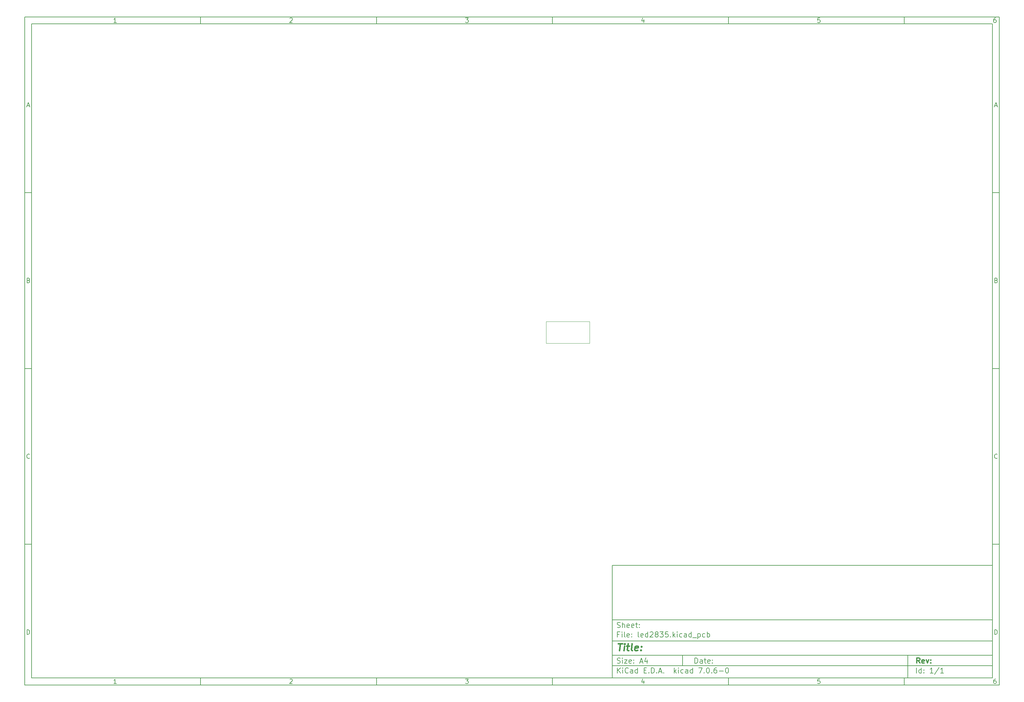
<source format=gbr>
%TF.GenerationSoftware,KiCad,Pcbnew,7.0.6-0*%
%TF.CreationDate,2024-07-03T14:46:14+08:00*%
%TF.ProjectId,led2835,6c656432-3833-4352-9e6b-696361645f70,rev?*%
%TF.SameCoordinates,Original*%
%TF.FileFunction,Other,User*%
%FSLAX46Y46*%
G04 Gerber Fmt 4.6, Leading zero omitted, Abs format (unit mm)*
G04 Created by KiCad (PCBNEW 7.0.6-0) date 2024-07-03 14:46:14*
%MOMM*%
%LPD*%
G01*
G04 APERTURE LIST*
%ADD10C,0.100000*%
%ADD11C,0.150000*%
%ADD12C,0.300000*%
%ADD13C,0.400000*%
%ADD14C,0.050000*%
G04 APERTURE END LIST*
D10*
D11*
X177002200Y-166007200D02*
X285002200Y-166007200D01*
X285002200Y-198007200D01*
X177002200Y-198007200D01*
X177002200Y-166007200D01*
D10*
D11*
X10000000Y-10000000D02*
X287002200Y-10000000D01*
X287002200Y-200007200D01*
X10000000Y-200007200D01*
X10000000Y-10000000D01*
D10*
D11*
X12000000Y-12000000D02*
X285002200Y-12000000D01*
X285002200Y-198007200D01*
X12000000Y-198007200D01*
X12000000Y-12000000D01*
D10*
D11*
X60000000Y-12000000D02*
X60000000Y-10000000D01*
D10*
D11*
X110000000Y-12000000D02*
X110000000Y-10000000D01*
D10*
D11*
X160000000Y-12000000D02*
X160000000Y-10000000D01*
D10*
D11*
X210000000Y-12000000D02*
X210000000Y-10000000D01*
D10*
D11*
X260000000Y-12000000D02*
X260000000Y-10000000D01*
D10*
D11*
X36089160Y-11593604D02*
X35346303Y-11593604D01*
X35717731Y-11593604D02*
X35717731Y-10293604D01*
X35717731Y-10293604D02*
X35593922Y-10479319D01*
X35593922Y-10479319D02*
X35470112Y-10603128D01*
X35470112Y-10603128D02*
X35346303Y-10665033D01*
D10*
D11*
X85346303Y-10417414D02*
X85408207Y-10355509D01*
X85408207Y-10355509D02*
X85532017Y-10293604D01*
X85532017Y-10293604D02*
X85841541Y-10293604D01*
X85841541Y-10293604D02*
X85965350Y-10355509D01*
X85965350Y-10355509D02*
X86027255Y-10417414D01*
X86027255Y-10417414D02*
X86089160Y-10541223D01*
X86089160Y-10541223D02*
X86089160Y-10665033D01*
X86089160Y-10665033D02*
X86027255Y-10850747D01*
X86027255Y-10850747D02*
X85284398Y-11593604D01*
X85284398Y-11593604D02*
X86089160Y-11593604D01*
D10*
D11*
X135284398Y-10293604D02*
X136089160Y-10293604D01*
X136089160Y-10293604D02*
X135655826Y-10788842D01*
X135655826Y-10788842D02*
X135841541Y-10788842D01*
X135841541Y-10788842D02*
X135965350Y-10850747D01*
X135965350Y-10850747D02*
X136027255Y-10912652D01*
X136027255Y-10912652D02*
X136089160Y-11036461D01*
X136089160Y-11036461D02*
X136089160Y-11345985D01*
X136089160Y-11345985D02*
X136027255Y-11469795D01*
X136027255Y-11469795D02*
X135965350Y-11531700D01*
X135965350Y-11531700D02*
X135841541Y-11593604D01*
X135841541Y-11593604D02*
X135470112Y-11593604D01*
X135470112Y-11593604D02*
X135346303Y-11531700D01*
X135346303Y-11531700D02*
X135284398Y-11469795D01*
D10*
D11*
X185965350Y-10726938D02*
X185965350Y-11593604D01*
X185655826Y-10231700D02*
X185346303Y-11160271D01*
X185346303Y-11160271D02*
X186151064Y-11160271D01*
D10*
D11*
X236027255Y-10293604D02*
X235408207Y-10293604D01*
X235408207Y-10293604D02*
X235346303Y-10912652D01*
X235346303Y-10912652D02*
X235408207Y-10850747D01*
X235408207Y-10850747D02*
X235532017Y-10788842D01*
X235532017Y-10788842D02*
X235841541Y-10788842D01*
X235841541Y-10788842D02*
X235965350Y-10850747D01*
X235965350Y-10850747D02*
X236027255Y-10912652D01*
X236027255Y-10912652D02*
X236089160Y-11036461D01*
X236089160Y-11036461D02*
X236089160Y-11345985D01*
X236089160Y-11345985D02*
X236027255Y-11469795D01*
X236027255Y-11469795D02*
X235965350Y-11531700D01*
X235965350Y-11531700D02*
X235841541Y-11593604D01*
X235841541Y-11593604D02*
X235532017Y-11593604D01*
X235532017Y-11593604D02*
X235408207Y-11531700D01*
X235408207Y-11531700D02*
X235346303Y-11469795D01*
D10*
D11*
X285965350Y-10293604D02*
X285717731Y-10293604D01*
X285717731Y-10293604D02*
X285593922Y-10355509D01*
X285593922Y-10355509D02*
X285532017Y-10417414D01*
X285532017Y-10417414D02*
X285408207Y-10603128D01*
X285408207Y-10603128D02*
X285346303Y-10850747D01*
X285346303Y-10850747D02*
X285346303Y-11345985D01*
X285346303Y-11345985D02*
X285408207Y-11469795D01*
X285408207Y-11469795D02*
X285470112Y-11531700D01*
X285470112Y-11531700D02*
X285593922Y-11593604D01*
X285593922Y-11593604D02*
X285841541Y-11593604D01*
X285841541Y-11593604D02*
X285965350Y-11531700D01*
X285965350Y-11531700D02*
X286027255Y-11469795D01*
X286027255Y-11469795D02*
X286089160Y-11345985D01*
X286089160Y-11345985D02*
X286089160Y-11036461D01*
X286089160Y-11036461D02*
X286027255Y-10912652D01*
X286027255Y-10912652D02*
X285965350Y-10850747D01*
X285965350Y-10850747D02*
X285841541Y-10788842D01*
X285841541Y-10788842D02*
X285593922Y-10788842D01*
X285593922Y-10788842D02*
X285470112Y-10850747D01*
X285470112Y-10850747D02*
X285408207Y-10912652D01*
X285408207Y-10912652D02*
X285346303Y-11036461D01*
D10*
D11*
X60000000Y-198007200D02*
X60000000Y-200007200D01*
D10*
D11*
X110000000Y-198007200D02*
X110000000Y-200007200D01*
D10*
D11*
X160000000Y-198007200D02*
X160000000Y-200007200D01*
D10*
D11*
X210000000Y-198007200D02*
X210000000Y-200007200D01*
D10*
D11*
X260000000Y-198007200D02*
X260000000Y-200007200D01*
D10*
D11*
X36089160Y-199600804D02*
X35346303Y-199600804D01*
X35717731Y-199600804D02*
X35717731Y-198300804D01*
X35717731Y-198300804D02*
X35593922Y-198486519D01*
X35593922Y-198486519D02*
X35470112Y-198610328D01*
X35470112Y-198610328D02*
X35346303Y-198672233D01*
D10*
D11*
X85346303Y-198424614D02*
X85408207Y-198362709D01*
X85408207Y-198362709D02*
X85532017Y-198300804D01*
X85532017Y-198300804D02*
X85841541Y-198300804D01*
X85841541Y-198300804D02*
X85965350Y-198362709D01*
X85965350Y-198362709D02*
X86027255Y-198424614D01*
X86027255Y-198424614D02*
X86089160Y-198548423D01*
X86089160Y-198548423D02*
X86089160Y-198672233D01*
X86089160Y-198672233D02*
X86027255Y-198857947D01*
X86027255Y-198857947D02*
X85284398Y-199600804D01*
X85284398Y-199600804D02*
X86089160Y-199600804D01*
D10*
D11*
X135284398Y-198300804D02*
X136089160Y-198300804D01*
X136089160Y-198300804D02*
X135655826Y-198796042D01*
X135655826Y-198796042D02*
X135841541Y-198796042D01*
X135841541Y-198796042D02*
X135965350Y-198857947D01*
X135965350Y-198857947D02*
X136027255Y-198919852D01*
X136027255Y-198919852D02*
X136089160Y-199043661D01*
X136089160Y-199043661D02*
X136089160Y-199353185D01*
X136089160Y-199353185D02*
X136027255Y-199476995D01*
X136027255Y-199476995D02*
X135965350Y-199538900D01*
X135965350Y-199538900D02*
X135841541Y-199600804D01*
X135841541Y-199600804D02*
X135470112Y-199600804D01*
X135470112Y-199600804D02*
X135346303Y-199538900D01*
X135346303Y-199538900D02*
X135284398Y-199476995D01*
D10*
D11*
X185965350Y-198734138D02*
X185965350Y-199600804D01*
X185655826Y-198238900D02*
X185346303Y-199167471D01*
X185346303Y-199167471D02*
X186151064Y-199167471D01*
D10*
D11*
X236027255Y-198300804D02*
X235408207Y-198300804D01*
X235408207Y-198300804D02*
X235346303Y-198919852D01*
X235346303Y-198919852D02*
X235408207Y-198857947D01*
X235408207Y-198857947D02*
X235532017Y-198796042D01*
X235532017Y-198796042D02*
X235841541Y-198796042D01*
X235841541Y-198796042D02*
X235965350Y-198857947D01*
X235965350Y-198857947D02*
X236027255Y-198919852D01*
X236027255Y-198919852D02*
X236089160Y-199043661D01*
X236089160Y-199043661D02*
X236089160Y-199353185D01*
X236089160Y-199353185D02*
X236027255Y-199476995D01*
X236027255Y-199476995D02*
X235965350Y-199538900D01*
X235965350Y-199538900D02*
X235841541Y-199600804D01*
X235841541Y-199600804D02*
X235532017Y-199600804D01*
X235532017Y-199600804D02*
X235408207Y-199538900D01*
X235408207Y-199538900D02*
X235346303Y-199476995D01*
D10*
D11*
X285965350Y-198300804D02*
X285717731Y-198300804D01*
X285717731Y-198300804D02*
X285593922Y-198362709D01*
X285593922Y-198362709D02*
X285532017Y-198424614D01*
X285532017Y-198424614D02*
X285408207Y-198610328D01*
X285408207Y-198610328D02*
X285346303Y-198857947D01*
X285346303Y-198857947D02*
X285346303Y-199353185D01*
X285346303Y-199353185D02*
X285408207Y-199476995D01*
X285408207Y-199476995D02*
X285470112Y-199538900D01*
X285470112Y-199538900D02*
X285593922Y-199600804D01*
X285593922Y-199600804D02*
X285841541Y-199600804D01*
X285841541Y-199600804D02*
X285965350Y-199538900D01*
X285965350Y-199538900D02*
X286027255Y-199476995D01*
X286027255Y-199476995D02*
X286089160Y-199353185D01*
X286089160Y-199353185D02*
X286089160Y-199043661D01*
X286089160Y-199043661D02*
X286027255Y-198919852D01*
X286027255Y-198919852D02*
X285965350Y-198857947D01*
X285965350Y-198857947D02*
X285841541Y-198796042D01*
X285841541Y-198796042D02*
X285593922Y-198796042D01*
X285593922Y-198796042D02*
X285470112Y-198857947D01*
X285470112Y-198857947D02*
X285408207Y-198919852D01*
X285408207Y-198919852D02*
X285346303Y-199043661D01*
D10*
D11*
X10000000Y-60000000D02*
X12000000Y-60000000D01*
D10*
D11*
X10000000Y-110000000D02*
X12000000Y-110000000D01*
D10*
D11*
X10000000Y-160000000D02*
X12000000Y-160000000D01*
D10*
D11*
X10690476Y-35222176D02*
X11309523Y-35222176D01*
X10566666Y-35593604D02*
X10999999Y-34293604D01*
X10999999Y-34293604D02*
X11433333Y-35593604D01*
D10*
D11*
X11092857Y-84912652D02*
X11278571Y-84974557D01*
X11278571Y-84974557D02*
X11340476Y-85036461D01*
X11340476Y-85036461D02*
X11402380Y-85160271D01*
X11402380Y-85160271D02*
X11402380Y-85345985D01*
X11402380Y-85345985D02*
X11340476Y-85469795D01*
X11340476Y-85469795D02*
X11278571Y-85531700D01*
X11278571Y-85531700D02*
X11154761Y-85593604D01*
X11154761Y-85593604D02*
X10659523Y-85593604D01*
X10659523Y-85593604D02*
X10659523Y-84293604D01*
X10659523Y-84293604D02*
X11092857Y-84293604D01*
X11092857Y-84293604D02*
X11216666Y-84355509D01*
X11216666Y-84355509D02*
X11278571Y-84417414D01*
X11278571Y-84417414D02*
X11340476Y-84541223D01*
X11340476Y-84541223D02*
X11340476Y-84665033D01*
X11340476Y-84665033D02*
X11278571Y-84788842D01*
X11278571Y-84788842D02*
X11216666Y-84850747D01*
X11216666Y-84850747D02*
X11092857Y-84912652D01*
X11092857Y-84912652D02*
X10659523Y-84912652D01*
D10*
D11*
X11402380Y-135469795D02*
X11340476Y-135531700D01*
X11340476Y-135531700D02*
X11154761Y-135593604D01*
X11154761Y-135593604D02*
X11030952Y-135593604D01*
X11030952Y-135593604D02*
X10845238Y-135531700D01*
X10845238Y-135531700D02*
X10721428Y-135407890D01*
X10721428Y-135407890D02*
X10659523Y-135284080D01*
X10659523Y-135284080D02*
X10597619Y-135036461D01*
X10597619Y-135036461D02*
X10597619Y-134850747D01*
X10597619Y-134850747D02*
X10659523Y-134603128D01*
X10659523Y-134603128D02*
X10721428Y-134479319D01*
X10721428Y-134479319D02*
X10845238Y-134355509D01*
X10845238Y-134355509D02*
X11030952Y-134293604D01*
X11030952Y-134293604D02*
X11154761Y-134293604D01*
X11154761Y-134293604D02*
X11340476Y-134355509D01*
X11340476Y-134355509D02*
X11402380Y-134417414D01*
D10*
D11*
X10659523Y-185593604D02*
X10659523Y-184293604D01*
X10659523Y-184293604D02*
X10969047Y-184293604D01*
X10969047Y-184293604D02*
X11154761Y-184355509D01*
X11154761Y-184355509D02*
X11278571Y-184479319D01*
X11278571Y-184479319D02*
X11340476Y-184603128D01*
X11340476Y-184603128D02*
X11402380Y-184850747D01*
X11402380Y-184850747D02*
X11402380Y-185036461D01*
X11402380Y-185036461D02*
X11340476Y-185284080D01*
X11340476Y-185284080D02*
X11278571Y-185407890D01*
X11278571Y-185407890D02*
X11154761Y-185531700D01*
X11154761Y-185531700D02*
X10969047Y-185593604D01*
X10969047Y-185593604D02*
X10659523Y-185593604D01*
D10*
D11*
X287002200Y-60000000D02*
X285002200Y-60000000D01*
D10*
D11*
X287002200Y-110000000D02*
X285002200Y-110000000D01*
D10*
D11*
X287002200Y-160000000D02*
X285002200Y-160000000D01*
D10*
D11*
X285692676Y-35222176D02*
X286311723Y-35222176D01*
X285568866Y-35593604D02*
X286002199Y-34293604D01*
X286002199Y-34293604D02*
X286435533Y-35593604D01*
D10*
D11*
X286095057Y-84912652D02*
X286280771Y-84974557D01*
X286280771Y-84974557D02*
X286342676Y-85036461D01*
X286342676Y-85036461D02*
X286404580Y-85160271D01*
X286404580Y-85160271D02*
X286404580Y-85345985D01*
X286404580Y-85345985D02*
X286342676Y-85469795D01*
X286342676Y-85469795D02*
X286280771Y-85531700D01*
X286280771Y-85531700D02*
X286156961Y-85593604D01*
X286156961Y-85593604D02*
X285661723Y-85593604D01*
X285661723Y-85593604D02*
X285661723Y-84293604D01*
X285661723Y-84293604D02*
X286095057Y-84293604D01*
X286095057Y-84293604D02*
X286218866Y-84355509D01*
X286218866Y-84355509D02*
X286280771Y-84417414D01*
X286280771Y-84417414D02*
X286342676Y-84541223D01*
X286342676Y-84541223D02*
X286342676Y-84665033D01*
X286342676Y-84665033D02*
X286280771Y-84788842D01*
X286280771Y-84788842D02*
X286218866Y-84850747D01*
X286218866Y-84850747D02*
X286095057Y-84912652D01*
X286095057Y-84912652D02*
X285661723Y-84912652D01*
D10*
D11*
X286404580Y-135469795D02*
X286342676Y-135531700D01*
X286342676Y-135531700D02*
X286156961Y-135593604D01*
X286156961Y-135593604D02*
X286033152Y-135593604D01*
X286033152Y-135593604D02*
X285847438Y-135531700D01*
X285847438Y-135531700D02*
X285723628Y-135407890D01*
X285723628Y-135407890D02*
X285661723Y-135284080D01*
X285661723Y-135284080D02*
X285599819Y-135036461D01*
X285599819Y-135036461D02*
X285599819Y-134850747D01*
X285599819Y-134850747D02*
X285661723Y-134603128D01*
X285661723Y-134603128D02*
X285723628Y-134479319D01*
X285723628Y-134479319D02*
X285847438Y-134355509D01*
X285847438Y-134355509D02*
X286033152Y-134293604D01*
X286033152Y-134293604D02*
X286156961Y-134293604D01*
X286156961Y-134293604D02*
X286342676Y-134355509D01*
X286342676Y-134355509D02*
X286404580Y-134417414D01*
D10*
D11*
X285661723Y-185593604D02*
X285661723Y-184293604D01*
X285661723Y-184293604D02*
X285971247Y-184293604D01*
X285971247Y-184293604D02*
X286156961Y-184355509D01*
X286156961Y-184355509D02*
X286280771Y-184479319D01*
X286280771Y-184479319D02*
X286342676Y-184603128D01*
X286342676Y-184603128D02*
X286404580Y-184850747D01*
X286404580Y-184850747D02*
X286404580Y-185036461D01*
X286404580Y-185036461D02*
X286342676Y-185284080D01*
X286342676Y-185284080D02*
X286280771Y-185407890D01*
X286280771Y-185407890D02*
X286156961Y-185531700D01*
X286156961Y-185531700D02*
X285971247Y-185593604D01*
X285971247Y-185593604D02*
X285661723Y-185593604D01*
D10*
D11*
X200458026Y-193793328D02*
X200458026Y-192293328D01*
X200458026Y-192293328D02*
X200815169Y-192293328D01*
X200815169Y-192293328D02*
X201029455Y-192364757D01*
X201029455Y-192364757D02*
X201172312Y-192507614D01*
X201172312Y-192507614D02*
X201243741Y-192650471D01*
X201243741Y-192650471D02*
X201315169Y-192936185D01*
X201315169Y-192936185D02*
X201315169Y-193150471D01*
X201315169Y-193150471D02*
X201243741Y-193436185D01*
X201243741Y-193436185D02*
X201172312Y-193579042D01*
X201172312Y-193579042D02*
X201029455Y-193721900D01*
X201029455Y-193721900D02*
X200815169Y-193793328D01*
X200815169Y-193793328D02*
X200458026Y-193793328D01*
X202600884Y-193793328D02*
X202600884Y-193007614D01*
X202600884Y-193007614D02*
X202529455Y-192864757D01*
X202529455Y-192864757D02*
X202386598Y-192793328D01*
X202386598Y-192793328D02*
X202100884Y-192793328D01*
X202100884Y-192793328D02*
X201958026Y-192864757D01*
X202600884Y-193721900D02*
X202458026Y-193793328D01*
X202458026Y-193793328D02*
X202100884Y-193793328D01*
X202100884Y-193793328D02*
X201958026Y-193721900D01*
X201958026Y-193721900D02*
X201886598Y-193579042D01*
X201886598Y-193579042D02*
X201886598Y-193436185D01*
X201886598Y-193436185D02*
X201958026Y-193293328D01*
X201958026Y-193293328D02*
X202100884Y-193221900D01*
X202100884Y-193221900D02*
X202458026Y-193221900D01*
X202458026Y-193221900D02*
X202600884Y-193150471D01*
X203100884Y-192793328D02*
X203672312Y-192793328D01*
X203315169Y-192293328D02*
X203315169Y-193579042D01*
X203315169Y-193579042D02*
X203386598Y-193721900D01*
X203386598Y-193721900D02*
X203529455Y-193793328D01*
X203529455Y-193793328D02*
X203672312Y-193793328D01*
X204743741Y-193721900D02*
X204600884Y-193793328D01*
X204600884Y-193793328D02*
X204315170Y-193793328D01*
X204315170Y-193793328D02*
X204172312Y-193721900D01*
X204172312Y-193721900D02*
X204100884Y-193579042D01*
X204100884Y-193579042D02*
X204100884Y-193007614D01*
X204100884Y-193007614D02*
X204172312Y-192864757D01*
X204172312Y-192864757D02*
X204315170Y-192793328D01*
X204315170Y-192793328D02*
X204600884Y-192793328D01*
X204600884Y-192793328D02*
X204743741Y-192864757D01*
X204743741Y-192864757D02*
X204815170Y-193007614D01*
X204815170Y-193007614D02*
X204815170Y-193150471D01*
X204815170Y-193150471D02*
X204100884Y-193293328D01*
X205458026Y-193650471D02*
X205529455Y-193721900D01*
X205529455Y-193721900D02*
X205458026Y-193793328D01*
X205458026Y-193793328D02*
X205386598Y-193721900D01*
X205386598Y-193721900D02*
X205458026Y-193650471D01*
X205458026Y-193650471D02*
X205458026Y-193793328D01*
X205458026Y-192864757D02*
X205529455Y-192936185D01*
X205529455Y-192936185D02*
X205458026Y-193007614D01*
X205458026Y-193007614D02*
X205386598Y-192936185D01*
X205386598Y-192936185D02*
X205458026Y-192864757D01*
X205458026Y-192864757D02*
X205458026Y-193007614D01*
D10*
D11*
X177002200Y-194507200D02*
X285002200Y-194507200D01*
D10*
D11*
X178458026Y-196593328D02*
X178458026Y-195093328D01*
X179315169Y-196593328D02*
X178672312Y-195736185D01*
X179315169Y-195093328D02*
X178458026Y-195950471D01*
X179958026Y-196593328D02*
X179958026Y-195593328D01*
X179958026Y-195093328D02*
X179886598Y-195164757D01*
X179886598Y-195164757D02*
X179958026Y-195236185D01*
X179958026Y-195236185D02*
X180029455Y-195164757D01*
X180029455Y-195164757D02*
X179958026Y-195093328D01*
X179958026Y-195093328D02*
X179958026Y-195236185D01*
X181529455Y-196450471D02*
X181458027Y-196521900D01*
X181458027Y-196521900D02*
X181243741Y-196593328D01*
X181243741Y-196593328D02*
X181100884Y-196593328D01*
X181100884Y-196593328D02*
X180886598Y-196521900D01*
X180886598Y-196521900D02*
X180743741Y-196379042D01*
X180743741Y-196379042D02*
X180672312Y-196236185D01*
X180672312Y-196236185D02*
X180600884Y-195950471D01*
X180600884Y-195950471D02*
X180600884Y-195736185D01*
X180600884Y-195736185D02*
X180672312Y-195450471D01*
X180672312Y-195450471D02*
X180743741Y-195307614D01*
X180743741Y-195307614D02*
X180886598Y-195164757D01*
X180886598Y-195164757D02*
X181100884Y-195093328D01*
X181100884Y-195093328D02*
X181243741Y-195093328D01*
X181243741Y-195093328D02*
X181458027Y-195164757D01*
X181458027Y-195164757D02*
X181529455Y-195236185D01*
X182815170Y-196593328D02*
X182815170Y-195807614D01*
X182815170Y-195807614D02*
X182743741Y-195664757D01*
X182743741Y-195664757D02*
X182600884Y-195593328D01*
X182600884Y-195593328D02*
X182315170Y-195593328D01*
X182315170Y-195593328D02*
X182172312Y-195664757D01*
X182815170Y-196521900D02*
X182672312Y-196593328D01*
X182672312Y-196593328D02*
X182315170Y-196593328D01*
X182315170Y-196593328D02*
X182172312Y-196521900D01*
X182172312Y-196521900D02*
X182100884Y-196379042D01*
X182100884Y-196379042D02*
X182100884Y-196236185D01*
X182100884Y-196236185D02*
X182172312Y-196093328D01*
X182172312Y-196093328D02*
X182315170Y-196021900D01*
X182315170Y-196021900D02*
X182672312Y-196021900D01*
X182672312Y-196021900D02*
X182815170Y-195950471D01*
X184172313Y-196593328D02*
X184172313Y-195093328D01*
X184172313Y-196521900D02*
X184029455Y-196593328D01*
X184029455Y-196593328D02*
X183743741Y-196593328D01*
X183743741Y-196593328D02*
X183600884Y-196521900D01*
X183600884Y-196521900D02*
X183529455Y-196450471D01*
X183529455Y-196450471D02*
X183458027Y-196307614D01*
X183458027Y-196307614D02*
X183458027Y-195879042D01*
X183458027Y-195879042D02*
X183529455Y-195736185D01*
X183529455Y-195736185D02*
X183600884Y-195664757D01*
X183600884Y-195664757D02*
X183743741Y-195593328D01*
X183743741Y-195593328D02*
X184029455Y-195593328D01*
X184029455Y-195593328D02*
X184172313Y-195664757D01*
X186029455Y-195807614D02*
X186529455Y-195807614D01*
X186743741Y-196593328D02*
X186029455Y-196593328D01*
X186029455Y-196593328D02*
X186029455Y-195093328D01*
X186029455Y-195093328D02*
X186743741Y-195093328D01*
X187386598Y-196450471D02*
X187458027Y-196521900D01*
X187458027Y-196521900D02*
X187386598Y-196593328D01*
X187386598Y-196593328D02*
X187315170Y-196521900D01*
X187315170Y-196521900D02*
X187386598Y-196450471D01*
X187386598Y-196450471D02*
X187386598Y-196593328D01*
X188100884Y-196593328D02*
X188100884Y-195093328D01*
X188100884Y-195093328D02*
X188458027Y-195093328D01*
X188458027Y-195093328D02*
X188672313Y-195164757D01*
X188672313Y-195164757D02*
X188815170Y-195307614D01*
X188815170Y-195307614D02*
X188886599Y-195450471D01*
X188886599Y-195450471D02*
X188958027Y-195736185D01*
X188958027Y-195736185D02*
X188958027Y-195950471D01*
X188958027Y-195950471D02*
X188886599Y-196236185D01*
X188886599Y-196236185D02*
X188815170Y-196379042D01*
X188815170Y-196379042D02*
X188672313Y-196521900D01*
X188672313Y-196521900D02*
X188458027Y-196593328D01*
X188458027Y-196593328D02*
X188100884Y-196593328D01*
X189600884Y-196450471D02*
X189672313Y-196521900D01*
X189672313Y-196521900D02*
X189600884Y-196593328D01*
X189600884Y-196593328D02*
X189529456Y-196521900D01*
X189529456Y-196521900D02*
X189600884Y-196450471D01*
X189600884Y-196450471D02*
X189600884Y-196593328D01*
X190243742Y-196164757D02*
X190958028Y-196164757D01*
X190100885Y-196593328D02*
X190600885Y-195093328D01*
X190600885Y-195093328D02*
X191100885Y-196593328D01*
X191600884Y-196450471D02*
X191672313Y-196521900D01*
X191672313Y-196521900D02*
X191600884Y-196593328D01*
X191600884Y-196593328D02*
X191529456Y-196521900D01*
X191529456Y-196521900D02*
X191600884Y-196450471D01*
X191600884Y-196450471D02*
X191600884Y-196593328D01*
X194600884Y-196593328D02*
X194600884Y-195093328D01*
X194743742Y-196021900D02*
X195172313Y-196593328D01*
X195172313Y-195593328D02*
X194600884Y-196164757D01*
X195815170Y-196593328D02*
X195815170Y-195593328D01*
X195815170Y-195093328D02*
X195743742Y-195164757D01*
X195743742Y-195164757D02*
X195815170Y-195236185D01*
X195815170Y-195236185D02*
X195886599Y-195164757D01*
X195886599Y-195164757D02*
X195815170Y-195093328D01*
X195815170Y-195093328D02*
X195815170Y-195236185D01*
X197172314Y-196521900D02*
X197029456Y-196593328D01*
X197029456Y-196593328D02*
X196743742Y-196593328D01*
X196743742Y-196593328D02*
X196600885Y-196521900D01*
X196600885Y-196521900D02*
X196529456Y-196450471D01*
X196529456Y-196450471D02*
X196458028Y-196307614D01*
X196458028Y-196307614D02*
X196458028Y-195879042D01*
X196458028Y-195879042D02*
X196529456Y-195736185D01*
X196529456Y-195736185D02*
X196600885Y-195664757D01*
X196600885Y-195664757D02*
X196743742Y-195593328D01*
X196743742Y-195593328D02*
X197029456Y-195593328D01*
X197029456Y-195593328D02*
X197172314Y-195664757D01*
X198458028Y-196593328D02*
X198458028Y-195807614D01*
X198458028Y-195807614D02*
X198386599Y-195664757D01*
X198386599Y-195664757D02*
X198243742Y-195593328D01*
X198243742Y-195593328D02*
X197958028Y-195593328D01*
X197958028Y-195593328D02*
X197815170Y-195664757D01*
X198458028Y-196521900D02*
X198315170Y-196593328D01*
X198315170Y-196593328D02*
X197958028Y-196593328D01*
X197958028Y-196593328D02*
X197815170Y-196521900D01*
X197815170Y-196521900D02*
X197743742Y-196379042D01*
X197743742Y-196379042D02*
X197743742Y-196236185D01*
X197743742Y-196236185D02*
X197815170Y-196093328D01*
X197815170Y-196093328D02*
X197958028Y-196021900D01*
X197958028Y-196021900D02*
X198315170Y-196021900D01*
X198315170Y-196021900D02*
X198458028Y-195950471D01*
X199815171Y-196593328D02*
X199815171Y-195093328D01*
X199815171Y-196521900D02*
X199672313Y-196593328D01*
X199672313Y-196593328D02*
X199386599Y-196593328D01*
X199386599Y-196593328D02*
X199243742Y-196521900D01*
X199243742Y-196521900D02*
X199172313Y-196450471D01*
X199172313Y-196450471D02*
X199100885Y-196307614D01*
X199100885Y-196307614D02*
X199100885Y-195879042D01*
X199100885Y-195879042D02*
X199172313Y-195736185D01*
X199172313Y-195736185D02*
X199243742Y-195664757D01*
X199243742Y-195664757D02*
X199386599Y-195593328D01*
X199386599Y-195593328D02*
X199672313Y-195593328D01*
X199672313Y-195593328D02*
X199815171Y-195664757D01*
X201529456Y-195093328D02*
X202529456Y-195093328D01*
X202529456Y-195093328D02*
X201886599Y-196593328D01*
X203100884Y-196450471D02*
X203172313Y-196521900D01*
X203172313Y-196521900D02*
X203100884Y-196593328D01*
X203100884Y-196593328D02*
X203029456Y-196521900D01*
X203029456Y-196521900D02*
X203100884Y-196450471D01*
X203100884Y-196450471D02*
X203100884Y-196593328D01*
X204100885Y-195093328D02*
X204243742Y-195093328D01*
X204243742Y-195093328D02*
X204386599Y-195164757D01*
X204386599Y-195164757D02*
X204458028Y-195236185D01*
X204458028Y-195236185D02*
X204529456Y-195379042D01*
X204529456Y-195379042D02*
X204600885Y-195664757D01*
X204600885Y-195664757D02*
X204600885Y-196021900D01*
X204600885Y-196021900D02*
X204529456Y-196307614D01*
X204529456Y-196307614D02*
X204458028Y-196450471D01*
X204458028Y-196450471D02*
X204386599Y-196521900D01*
X204386599Y-196521900D02*
X204243742Y-196593328D01*
X204243742Y-196593328D02*
X204100885Y-196593328D01*
X204100885Y-196593328D02*
X203958028Y-196521900D01*
X203958028Y-196521900D02*
X203886599Y-196450471D01*
X203886599Y-196450471D02*
X203815170Y-196307614D01*
X203815170Y-196307614D02*
X203743742Y-196021900D01*
X203743742Y-196021900D02*
X203743742Y-195664757D01*
X203743742Y-195664757D02*
X203815170Y-195379042D01*
X203815170Y-195379042D02*
X203886599Y-195236185D01*
X203886599Y-195236185D02*
X203958028Y-195164757D01*
X203958028Y-195164757D02*
X204100885Y-195093328D01*
X205243741Y-196450471D02*
X205315170Y-196521900D01*
X205315170Y-196521900D02*
X205243741Y-196593328D01*
X205243741Y-196593328D02*
X205172313Y-196521900D01*
X205172313Y-196521900D02*
X205243741Y-196450471D01*
X205243741Y-196450471D02*
X205243741Y-196593328D01*
X206600885Y-195093328D02*
X206315170Y-195093328D01*
X206315170Y-195093328D02*
X206172313Y-195164757D01*
X206172313Y-195164757D02*
X206100885Y-195236185D01*
X206100885Y-195236185D02*
X205958027Y-195450471D01*
X205958027Y-195450471D02*
X205886599Y-195736185D01*
X205886599Y-195736185D02*
X205886599Y-196307614D01*
X205886599Y-196307614D02*
X205958027Y-196450471D01*
X205958027Y-196450471D02*
X206029456Y-196521900D01*
X206029456Y-196521900D02*
X206172313Y-196593328D01*
X206172313Y-196593328D02*
X206458027Y-196593328D01*
X206458027Y-196593328D02*
X206600885Y-196521900D01*
X206600885Y-196521900D02*
X206672313Y-196450471D01*
X206672313Y-196450471D02*
X206743742Y-196307614D01*
X206743742Y-196307614D02*
X206743742Y-195950471D01*
X206743742Y-195950471D02*
X206672313Y-195807614D01*
X206672313Y-195807614D02*
X206600885Y-195736185D01*
X206600885Y-195736185D02*
X206458027Y-195664757D01*
X206458027Y-195664757D02*
X206172313Y-195664757D01*
X206172313Y-195664757D02*
X206029456Y-195736185D01*
X206029456Y-195736185D02*
X205958027Y-195807614D01*
X205958027Y-195807614D02*
X205886599Y-195950471D01*
X207386598Y-196021900D02*
X208529456Y-196021900D01*
X209529456Y-195093328D02*
X209672313Y-195093328D01*
X209672313Y-195093328D02*
X209815170Y-195164757D01*
X209815170Y-195164757D02*
X209886599Y-195236185D01*
X209886599Y-195236185D02*
X209958027Y-195379042D01*
X209958027Y-195379042D02*
X210029456Y-195664757D01*
X210029456Y-195664757D02*
X210029456Y-196021900D01*
X210029456Y-196021900D02*
X209958027Y-196307614D01*
X209958027Y-196307614D02*
X209886599Y-196450471D01*
X209886599Y-196450471D02*
X209815170Y-196521900D01*
X209815170Y-196521900D02*
X209672313Y-196593328D01*
X209672313Y-196593328D02*
X209529456Y-196593328D01*
X209529456Y-196593328D02*
X209386599Y-196521900D01*
X209386599Y-196521900D02*
X209315170Y-196450471D01*
X209315170Y-196450471D02*
X209243741Y-196307614D01*
X209243741Y-196307614D02*
X209172313Y-196021900D01*
X209172313Y-196021900D02*
X209172313Y-195664757D01*
X209172313Y-195664757D02*
X209243741Y-195379042D01*
X209243741Y-195379042D02*
X209315170Y-195236185D01*
X209315170Y-195236185D02*
X209386599Y-195164757D01*
X209386599Y-195164757D02*
X209529456Y-195093328D01*
D10*
D11*
X177002200Y-191507200D02*
X285002200Y-191507200D01*
D10*
D12*
X264413853Y-193785528D02*
X263913853Y-193071242D01*
X263556710Y-193785528D02*
X263556710Y-192285528D01*
X263556710Y-192285528D02*
X264128139Y-192285528D01*
X264128139Y-192285528D02*
X264270996Y-192356957D01*
X264270996Y-192356957D02*
X264342425Y-192428385D01*
X264342425Y-192428385D02*
X264413853Y-192571242D01*
X264413853Y-192571242D02*
X264413853Y-192785528D01*
X264413853Y-192785528D02*
X264342425Y-192928385D01*
X264342425Y-192928385D02*
X264270996Y-192999814D01*
X264270996Y-192999814D02*
X264128139Y-193071242D01*
X264128139Y-193071242D02*
X263556710Y-193071242D01*
X265628139Y-193714100D02*
X265485282Y-193785528D01*
X265485282Y-193785528D02*
X265199568Y-193785528D01*
X265199568Y-193785528D02*
X265056710Y-193714100D01*
X265056710Y-193714100D02*
X264985282Y-193571242D01*
X264985282Y-193571242D02*
X264985282Y-192999814D01*
X264985282Y-192999814D02*
X265056710Y-192856957D01*
X265056710Y-192856957D02*
X265199568Y-192785528D01*
X265199568Y-192785528D02*
X265485282Y-192785528D01*
X265485282Y-192785528D02*
X265628139Y-192856957D01*
X265628139Y-192856957D02*
X265699568Y-192999814D01*
X265699568Y-192999814D02*
X265699568Y-193142671D01*
X265699568Y-193142671D02*
X264985282Y-193285528D01*
X266199567Y-192785528D02*
X266556710Y-193785528D01*
X266556710Y-193785528D02*
X266913853Y-192785528D01*
X267485281Y-193642671D02*
X267556710Y-193714100D01*
X267556710Y-193714100D02*
X267485281Y-193785528D01*
X267485281Y-193785528D02*
X267413853Y-193714100D01*
X267413853Y-193714100D02*
X267485281Y-193642671D01*
X267485281Y-193642671D02*
X267485281Y-193785528D01*
X267485281Y-192856957D02*
X267556710Y-192928385D01*
X267556710Y-192928385D02*
X267485281Y-192999814D01*
X267485281Y-192999814D02*
X267413853Y-192928385D01*
X267413853Y-192928385D02*
X267485281Y-192856957D01*
X267485281Y-192856957D02*
X267485281Y-192999814D01*
D10*
D11*
X178386598Y-193721900D02*
X178600884Y-193793328D01*
X178600884Y-193793328D02*
X178958026Y-193793328D01*
X178958026Y-193793328D02*
X179100884Y-193721900D01*
X179100884Y-193721900D02*
X179172312Y-193650471D01*
X179172312Y-193650471D02*
X179243741Y-193507614D01*
X179243741Y-193507614D02*
X179243741Y-193364757D01*
X179243741Y-193364757D02*
X179172312Y-193221900D01*
X179172312Y-193221900D02*
X179100884Y-193150471D01*
X179100884Y-193150471D02*
X178958026Y-193079042D01*
X178958026Y-193079042D02*
X178672312Y-193007614D01*
X178672312Y-193007614D02*
X178529455Y-192936185D01*
X178529455Y-192936185D02*
X178458026Y-192864757D01*
X178458026Y-192864757D02*
X178386598Y-192721900D01*
X178386598Y-192721900D02*
X178386598Y-192579042D01*
X178386598Y-192579042D02*
X178458026Y-192436185D01*
X178458026Y-192436185D02*
X178529455Y-192364757D01*
X178529455Y-192364757D02*
X178672312Y-192293328D01*
X178672312Y-192293328D02*
X179029455Y-192293328D01*
X179029455Y-192293328D02*
X179243741Y-192364757D01*
X179886597Y-193793328D02*
X179886597Y-192793328D01*
X179886597Y-192293328D02*
X179815169Y-192364757D01*
X179815169Y-192364757D02*
X179886597Y-192436185D01*
X179886597Y-192436185D02*
X179958026Y-192364757D01*
X179958026Y-192364757D02*
X179886597Y-192293328D01*
X179886597Y-192293328D02*
X179886597Y-192436185D01*
X180458026Y-192793328D02*
X181243741Y-192793328D01*
X181243741Y-192793328D02*
X180458026Y-193793328D01*
X180458026Y-193793328D02*
X181243741Y-193793328D01*
X182386598Y-193721900D02*
X182243741Y-193793328D01*
X182243741Y-193793328D02*
X181958027Y-193793328D01*
X181958027Y-193793328D02*
X181815169Y-193721900D01*
X181815169Y-193721900D02*
X181743741Y-193579042D01*
X181743741Y-193579042D02*
X181743741Y-193007614D01*
X181743741Y-193007614D02*
X181815169Y-192864757D01*
X181815169Y-192864757D02*
X181958027Y-192793328D01*
X181958027Y-192793328D02*
X182243741Y-192793328D01*
X182243741Y-192793328D02*
X182386598Y-192864757D01*
X182386598Y-192864757D02*
X182458027Y-193007614D01*
X182458027Y-193007614D02*
X182458027Y-193150471D01*
X182458027Y-193150471D02*
X181743741Y-193293328D01*
X183100883Y-193650471D02*
X183172312Y-193721900D01*
X183172312Y-193721900D02*
X183100883Y-193793328D01*
X183100883Y-193793328D02*
X183029455Y-193721900D01*
X183029455Y-193721900D02*
X183100883Y-193650471D01*
X183100883Y-193650471D02*
X183100883Y-193793328D01*
X183100883Y-192864757D02*
X183172312Y-192936185D01*
X183172312Y-192936185D02*
X183100883Y-193007614D01*
X183100883Y-193007614D02*
X183029455Y-192936185D01*
X183029455Y-192936185D02*
X183100883Y-192864757D01*
X183100883Y-192864757D02*
X183100883Y-193007614D01*
X184886598Y-193364757D02*
X185600884Y-193364757D01*
X184743741Y-193793328D02*
X185243741Y-192293328D01*
X185243741Y-192293328D02*
X185743741Y-193793328D01*
X186886598Y-192793328D02*
X186886598Y-193793328D01*
X186529455Y-192221900D02*
X186172312Y-193293328D01*
X186172312Y-193293328D02*
X187100883Y-193293328D01*
D10*
D11*
X263458026Y-196593328D02*
X263458026Y-195093328D01*
X264815170Y-196593328D02*
X264815170Y-195093328D01*
X264815170Y-196521900D02*
X264672312Y-196593328D01*
X264672312Y-196593328D02*
X264386598Y-196593328D01*
X264386598Y-196593328D02*
X264243741Y-196521900D01*
X264243741Y-196521900D02*
X264172312Y-196450471D01*
X264172312Y-196450471D02*
X264100884Y-196307614D01*
X264100884Y-196307614D02*
X264100884Y-195879042D01*
X264100884Y-195879042D02*
X264172312Y-195736185D01*
X264172312Y-195736185D02*
X264243741Y-195664757D01*
X264243741Y-195664757D02*
X264386598Y-195593328D01*
X264386598Y-195593328D02*
X264672312Y-195593328D01*
X264672312Y-195593328D02*
X264815170Y-195664757D01*
X265529455Y-196450471D02*
X265600884Y-196521900D01*
X265600884Y-196521900D02*
X265529455Y-196593328D01*
X265529455Y-196593328D02*
X265458027Y-196521900D01*
X265458027Y-196521900D02*
X265529455Y-196450471D01*
X265529455Y-196450471D02*
X265529455Y-196593328D01*
X265529455Y-195664757D02*
X265600884Y-195736185D01*
X265600884Y-195736185D02*
X265529455Y-195807614D01*
X265529455Y-195807614D02*
X265458027Y-195736185D01*
X265458027Y-195736185D02*
X265529455Y-195664757D01*
X265529455Y-195664757D02*
X265529455Y-195807614D01*
X268172313Y-196593328D02*
X267315170Y-196593328D01*
X267743741Y-196593328D02*
X267743741Y-195093328D01*
X267743741Y-195093328D02*
X267600884Y-195307614D01*
X267600884Y-195307614D02*
X267458027Y-195450471D01*
X267458027Y-195450471D02*
X267315170Y-195521900D01*
X269886598Y-195021900D02*
X268600884Y-196950471D01*
X271172313Y-196593328D02*
X270315170Y-196593328D01*
X270743741Y-196593328D02*
X270743741Y-195093328D01*
X270743741Y-195093328D02*
X270600884Y-195307614D01*
X270600884Y-195307614D02*
X270458027Y-195450471D01*
X270458027Y-195450471D02*
X270315170Y-195521900D01*
D10*
D11*
X177002200Y-187507200D02*
X285002200Y-187507200D01*
D10*
D13*
X178693928Y-188211638D02*
X179836785Y-188211638D01*
X179015357Y-190211638D02*
X179265357Y-188211638D01*
X180253452Y-190211638D02*
X180420119Y-188878304D01*
X180503452Y-188211638D02*
X180396309Y-188306876D01*
X180396309Y-188306876D02*
X180479643Y-188402114D01*
X180479643Y-188402114D02*
X180586786Y-188306876D01*
X180586786Y-188306876D02*
X180503452Y-188211638D01*
X180503452Y-188211638D02*
X180479643Y-188402114D01*
X181086786Y-188878304D02*
X181848690Y-188878304D01*
X181455833Y-188211638D02*
X181241548Y-189925923D01*
X181241548Y-189925923D02*
X181312976Y-190116400D01*
X181312976Y-190116400D02*
X181491548Y-190211638D01*
X181491548Y-190211638D02*
X181682024Y-190211638D01*
X182634405Y-190211638D02*
X182455833Y-190116400D01*
X182455833Y-190116400D02*
X182384405Y-189925923D01*
X182384405Y-189925923D02*
X182598690Y-188211638D01*
X184170119Y-190116400D02*
X183967738Y-190211638D01*
X183967738Y-190211638D02*
X183586785Y-190211638D01*
X183586785Y-190211638D02*
X183408214Y-190116400D01*
X183408214Y-190116400D02*
X183336785Y-189925923D01*
X183336785Y-189925923D02*
X183432024Y-189164019D01*
X183432024Y-189164019D02*
X183551071Y-188973542D01*
X183551071Y-188973542D02*
X183753452Y-188878304D01*
X183753452Y-188878304D02*
X184134404Y-188878304D01*
X184134404Y-188878304D02*
X184312976Y-188973542D01*
X184312976Y-188973542D02*
X184384404Y-189164019D01*
X184384404Y-189164019D02*
X184360595Y-189354495D01*
X184360595Y-189354495D02*
X183384404Y-189544971D01*
X185134405Y-190021161D02*
X185217738Y-190116400D01*
X185217738Y-190116400D02*
X185110595Y-190211638D01*
X185110595Y-190211638D02*
X185027262Y-190116400D01*
X185027262Y-190116400D02*
X185134405Y-190021161D01*
X185134405Y-190021161D02*
X185110595Y-190211638D01*
X185265357Y-188973542D02*
X185348690Y-189068780D01*
X185348690Y-189068780D02*
X185241548Y-189164019D01*
X185241548Y-189164019D02*
X185158214Y-189068780D01*
X185158214Y-189068780D02*
X185265357Y-188973542D01*
X185265357Y-188973542D02*
X185241548Y-189164019D01*
D10*
D11*
X178958026Y-185607614D02*
X178458026Y-185607614D01*
X178458026Y-186393328D02*
X178458026Y-184893328D01*
X178458026Y-184893328D02*
X179172312Y-184893328D01*
X179743740Y-186393328D02*
X179743740Y-185393328D01*
X179743740Y-184893328D02*
X179672312Y-184964757D01*
X179672312Y-184964757D02*
X179743740Y-185036185D01*
X179743740Y-185036185D02*
X179815169Y-184964757D01*
X179815169Y-184964757D02*
X179743740Y-184893328D01*
X179743740Y-184893328D02*
X179743740Y-185036185D01*
X180672312Y-186393328D02*
X180529455Y-186321900D01*
X180529455Y-186321900D02*
X180458026Y-186179042D01*
X180458026Y-186179042D02*
X180458026Y-184893328D01*
X181815169Y-186321900D02*
X181672312Y-186393328D01*
X181672312Y-186393328D02*
X181386598Y-186393328D01*
X181386598Y-186393328D02*
X181243740Y-186321900D01*
X181243740Y-186321900D02*
X181172312Y-186179042D01*
X181172312Y-186179042D02*
X181172312Y-185607614D01*
X181172312Y-185607614D02*
X181243740Y-185464757D01*
X181243740Y-185464757D02*
X181386598Y-185393328D01*
X181386598Y-185393328D02*
X181672312Y-185393328D01*
X181672312Y-185393328D02*
X181815169Y-185464757D01*
X181815169Y-185464757D02*
X181886598Y-185607614D01*
X181886598Y-185607614D02*
X181886598Y-185750471D01*
X181886598Y-185750471D02*
X181172312Y-185893328D01*
X182529454Y-186250471D02*
X182600883Y-186321900D01*
X182600883Y-186321900D02*
X182529454Y-186393328D01*
X182529454Y-186393328D02*
X182458026Y-186321900D01*
X182458026Y-186321900D02*
X182529454Y-186250471D01*
X182529454Y-186250471D02*
X182529454Y-186393328D01*
X182529454Y-185464757D02*
X182600883Y-185536185D01*
X182600883Y-185536185D02*
X182529454Y-185607614D01*
X182529454Y-185607614D02*
X182458026Y-185536185D01*
X182458026Y-185536185D02*
X182529454Y-185464757D01*
X182529454Y-185464757D02*
X182529454Y-185607614D01*
X184600883Y-186393328D02*
X184458026Y-186321900D01*
X184458026Y-186321900D02*
X184386597Y-186179042D01*
X184386597Y-186179042D02*
X184386597Y-184893328D01*
X185743740Y-186321900D02*
X185600883Y-186393328D01*
X185600883Y-186393328D02*
X185315169Y-186393328D01*
X185315169Y-186393328D02*
X185172311Y-186321900D01*
X185172311Y-186321900D02*
X185100883Y-186179042D01*
X185100883Y-186179042D02*
X185100883Y-185607614D01*
X185100883Y-185607614D02*
X185172311Y-185464757D01*
X185172311Y-185464757D02*
X185315169Y-185393328D01*
X185315169Y-185393328D02*
X185600883Y-185393328D01*
X185600883Y-185393328D02*
X185743740Y-185464757D01*
X185743740Y-185464757D02*
X185815169Y-185607614D01*
X185815169Y-185607614D02*
X185815169Y-185750471D01*
X185815169Y-185750471D02*
X185100883Y-185893328D01*
X187100883Y-186393328D02*
X187100883Y-184893328D01*
X187100883Y-186321900D02*
X186958025Y-186393328D01*
X186958025Y-186393328D02*
X186672311Y-186393328D01*
X186672311Y-186393328D02*
X186529454Y-186321900D01*
X186529454Y-186321900D02*
X186458025Y-186250471D01*
X186458025Y-186250471D02*
X186386597Y-186107614D01*
X186386597Y-186107614D02*
X186386597Y-185679042D01*
X186386597Y-185679042D02*
X186458025Y-185536185D01*
X186458025Y-185536185D02*
X186529454Y-185464757D01*
X186529454Y-185464757D02*
X186672311Y-185393328D01*
X186672311Y-185393328D02*
X186958025Y-185393328D01*
X186958025Y-185393328D02*
X187100883Y-185464757D01*
X187743740Y-185036185D02*
X187815168Y-184964757D01*
X187815168Y-184964757D02*
X187958026Y-184893328D01*
X187958026Y-184893328D02*
X188315168Y-184893328D01*
X188315168Y-184893328D02*
X188458026Y-184964757D01*
X188458026Y-184964757D02*
X188529454Y-185036185D01*
X188529454Y-185036185D02*
X188600883Y-185179042D01*
X188600883Y-185179042D02*
X188600883Y-185321900D01*
X188600883Y-185321900D02*
X188529454Y-185536185D01*
X188529454Y-185536185D02*
X187672311Y-186393328D01*
X187672311Y-186393328D02*
X188600883Y-186393328D01*
X189458025Y-185536185D02*
X189315168Y-185464757D01*
X189315168Y-185464757D02*
X189243739Y-185393328D01*
X189243739Y-185393328D02*
X189172311Y-185250471D01*
X189172311Y-185250471D02*
X189172311Y-185179042D01*
X189172311Y-185179042D02*
X189243739Y-185036185D01*
X189243739Y-185036185D02*
X189315168Y-184964757D01*
X189315168Y-184964757D02*
X189458025Y-184893328D01*
X189458025Y-184893328D02*
X189743739Y-184893328D01*
X189743739Y-184893328D02*
X189886597Y-184964757D01*
X189886597Y-184964757D02*
X189958025Y-185036185D01*
X189958025Y-185036185D02*
X190029454Y-185179042D01*
X190029454Y-185179042D02*
X190029454Y-185250471D01*
X190029454Y-185250471D02*
X189958025Y-185393328D01*
X189958025Y-185393328D02*
X189886597Y-185464757D01*
X189886597Y-185464757D02*
X189743739Y-185536185D01*
X189743739Y-185536185D02*
X189458025Y-185536185D01*
X189458025Y-185536185D02*
X189315168Y-185607614D01*
X189315168Y-185607614D02*
X189243739Y-185679042D01*
X189243739Y-185679042D02*
X189172311Y-185821900D01*
X189172311Y-185821900D02*
X189172311Y-186107614D01*
X189172311Y-186107614D02*
X189243739Y-186250471D01*
X189243739Y-186250471D02*
X189315168Y-186321900D01*
X189315168Y-186321900D02*
X189458025Y-186393328D01*
X189458025Y-186393328D02*
X189743739Y-186393328D01*
X189743739Y-186393328D02*
X189886597Y-186321900D01*
X189886597Y-186321900D02*
X189958025Y-186250471D01*
X189958025Y-186250471D02*
X190029454Y-186107614D01*
X190029454Y-186107614D02*
X190029454Y-185821900D01*
X190029454Y-185821900D02*
X189958025Y-185679042D01*
X189958025Y-185679042D02*
X189886597Y-185607614D01*
X189886597Y-185607614D02*
X189743739Y-185536185D01*
X190529453Y-184893328D02*
X191458025Y-184893328D01*
X191458025Y-184893328D02*
X190958025Y-185464757D01*
X190958025Y-185464757D02*
X191172310Y-185464757D01*
X191172310Y-185464757D02*
X191315168Y-185536185D01*
X191315168Y-185536185D02*
X191386596Y-185607614D01*
X191386596Y-185607614D02*
X191458025Y-185750471D01*
X191458025Y-185750471D02*
X191458025Y-186107614D01*
X191458025Y-186107614D02*
X191386596Y-186250471D01*
X191386596Y-186250471D02*
X191315168Y-186321900D01*
X191315168Y-186321900D02*
X191172310Y-186393328D01*
X191172310Y-186393328D02*
X190743739Y-186393328D01*
X190743739Y-186393328D02*
X190600882Y-186321900D01*
X190600882Y-186321900D02*
X190529453Y-186250471D01*
X192815167Y-184893328D02*
X192100881Y-184893328D01*
X192100881Y-184893328D02*
X192029453Y-185607614D01*
X192029453Y-185607614D02*
X192100881Y-185536185D01*
X192100881Y-185536185D02*
X192243739Y-185464757D01*
X192243739Y-185464757D02*
X192600881Y-185464757D01*
X192600881Y-185464757D02*
X192743739Y-185536185D01*
X192743739Y-185536185D02*
X192815167Y-185607614D01*
X192815167Y-185607614D02*
X192886596Y-185750471D01*
X192886596Y-185750471D02*
X192886596Y-186107614D01*
X192886596Y-186107614D02*
X192815167Y-186250471D01*
X192815167Y-186250471D02*
X192743739Y-186321900D01*
X192743739Y-186321900D02*
X192600881Y-186393328D01*
X192600881Y-186393328D02*
X192243739Y-186393328D01*
X192243739Y-186393328D02*
X192100881Y-186321900D01*
X192100881Y-186321900D02*
X192029453Y-186250471D01*
X193529452Y-186250471D02*
X193600881Y-186321900D01*
X193600881Y-186321900D02*
X193529452Y-186393328D01*
X193529452Y-186393328D02*
X193458024Y-186321900D01*
X193458024Y-186321900D02*
X193529452Y-186250471D01*
X193529452Y-186250471D02*
X193529452Y-186393328D01*
X194243738Y-186393328D02*
X194243738Y-184893328D01*
X194386596Y-185821900D02*
X194815167Y-186393328D01*
X194815167Y-185393328D02*
X194243738Y-185964757D01*
X195458024Y-186393328D02*
X195458024Y-185393328D01*
X195458024Y-184893328D02*
X195386596Y-184964757D01*
X195386596Y-184964757D02*
X195458024Y-185036185D01*
X195458024Y-185036185D02*
X195529453Y-184964757D01*
X195529453Y-184964757D02*
X195458024Y-184893328D01*
X195458024Y-184893328D02*
X195458024Y-185036185D01*
X196815168Y-186321900D02*
X196672310Y-186393328D01*
X196672310Y-186393328D02*
X196386596Y-186393328D01*
X196386596Y-186393328D02*
X196243739Y-186321900D01*
X196243739Y-186321900D02*
X196172310Y-186250471D01*
X196172310Y-186250471D02*
X196100882Y-186107614D01*
X196100882Y-186107614D02*
X196100882Y-185679042D01*
X196100882Y-185679042D02*
X196172310Y-185536185D01*
X196172310Y-185536185D02*
X196243739Y-185464757D01*
X196243739Y-185464757D02*
X196386596Y-185393328D01*
X196386596Y-185393328D02*
X196672310Y-185393328D01*
X196672310Y-185393328D02*
X196815168Y-185464757D01*
X198100882Y-186393328D02*
X198100882Y-185607614D01*
X198100882Y-185607614D02*
X198029453Y-185464757D01*
X198029453Y-185464757D02*
X197886596Y-185393328D01*
X197886596Y-185393328D02*
X197600882Y-185393328D01*
X197600882Y-185393328D02*
X197458024Y-185464757D01*
X198100882Y-186321900D02*
X197958024Y-186393328D01*
X197958024Y-186393328D02*
X197600882Y-186393328D01*
X197600882Y-186393328D02*
X197458024Y-186321900D01*
X197458024Y-186321900D02*
X197386596Y-186179042D01*
X197386596Y-186179042D02*
X197386596Y-186036185D01*
X197386596Y-186036185D02*
X197458024Y-185893328D01*
X197458024Y-185893328D02*
X197600882Y-185821900D01*
X197600882Y-185821900D02*
X197958024Y-185821900D01*
X197958024Y-185821900D02*
X198100882Y-185750471D01*
X199458025Y-186393328D02*
X199458025Y-184893328D01*
X199458025Y-186321900D02*
X199315167Y-186393328D01*
X199315167Y-186393328D02*
X199029453Y-186393328D01*
X199029453Y-186393328D02*
X198886596Y-186321900D01*
X198886596Y-186321900D02*
X198815167Y-186250471D01*
X198815167Y-186250471D02*
X198743739Y-186107614D01*
X198743739Y-186107614D02*
X198743739Y-185679042D01*
X198743739Y-185679042D02*
X198815167Y-185536185D01*
X198815167Y-185536185D02*
X198886596Y-185464757D01*
X198886596Y-185464757D02*
X199029453Y-185393328D01*
X199029453Y-185393328D02*
X199315167Y-185393328D01*
X199315167Y-185393328D02*
X199458025Y-185464757D01*
X199815168Y-186536185D02*
X200958025Y-186536185D01*
X201315167Y-185393328D02*
X201315167Y-186893328D01*
X201315167Y-185464757D02*
X201458025Y-185393328D01*
X201458025Y-185393328D02*
X201743739Y-185393328D01*
X201743739Y-185393328D02*
X201886596Y-185464757D01*
X201886596Y-185464757D02*
X201958025Y-185536185D01*
X201958025Y-185536185D02*
X202029453Y-185679042D01*
X202029453Y-185679042D02*
X202029453Y-186107614D01*
X202029453Y-186107614D02*
X201958025Y-186250471D01*
X201958025Y-186250471D02*
X201886596Y-186321900D01*
X201886596Y-186321900D02*
X201743739Y-186393328D01*
X201743739Y-186393328D02*
X201458025Y-186393328D01*
X201458025Y-186393328D02*
X201315167Y-186321900D01*
X203315168Y-186321900D02*
X203172310Y-186393328D01*
X203172310Y-186393328D02*
X202886596Y-186393328D01*
X202886596Y-186393328D02*
X202743739Y-186321900D01*
X202743739Y-186321900D02*
X202672310Y-186250471D01*
X202672310Y-186250471D02*
X202600882Y-186107614D01*
X202600882Y-186107614D02*
X202600882Y-185679042D01*
X202600882Y-185679042D02*
X202672310Y-185536185D01*
X202672310Y-185536185D02*
X202743739Y-185464757D01*
X202743739Y-185464757D02*
X202886596Y-185393328D01*
X202886596Y-185393328D02*
X203172310Y-185393328D01*
X203172310Y-185393328D02*
X203315168Y-185464757D01*
X203958024Y-186393328D02*
X203958024Y-184893328D01*
X203958024Y-185464757D02*
X204100882Y-185393328D01*
X204100882Y-185393328D02*
X204386596Y-185393328D01*
X204386596Y-185393328D02*
X204529453Y-185464757D01*
X204529453Y-185464757D02*
X204600882Y-185536185D01*
X204600882Y-185536185D02*
X204672310Y-185679042D01*
X204672310Y-185679042D02*
X204672310Y-186107614D01*
X204672310Y-186107614D02*
X204600882Y-186250471D01*
X204600882Y-186250471D02*
X204529453Y-186321900D01*
X204529453Y-186321900D02*
X204386596Y-186393328D01*
X204386596Y-186393328D02*
X204100882Y-186393328D01*
X204100882Y-186393328D02*
X203958024Y-186321900D01*
D10*
D11*
X177002200Y-181507200D02*
X285002200Y-181507200D01*
D10*
D11*
X178386598Y-183621900D02*
X178600884Y-183693328D01*
X178600884Y-183693328D02*
X178958026Y-183693328D01*
X178958026Y-183693328D02*
X179100884Y-183621900D01*
X179100884Y-183621900D02*
X179172312Y-183550471D01*
X179172312Y-183550471D02*
X179243741Y-183407614D01*
X179243741Y-183407614D02*
X179243741Y-183264757D01*
X179243741Y-183264757D02*
X179172312Y-183121900D01*
X179172312Y-183121900D02*
X179100884Y-183050471D01*
X179100884Y-183050471D02*
X178958026Y-182979042D01*
X178958026Y-182979042D02*
X178672312Y-182907614D01*
X178672312Y-182907614D02*
X178529455Y-182836185D01*
X178529455Y-182836185D02*
X178458026Y-182764757D01*
X178458026Y-182764757D02*
X178386598Y-182621900D01*
X178386598Y-182621900D02*
X178386598Y-182479042D01*
X178386598Y-182479042D02*
X178458026Y-182336185D01*
X178458026Y-182336185D02*
X178529455Y-182264757D01*
X178529455Y-182264757D02*
X178672312Y-182193328D01*
X178672312Y-182193328D02*
X179029455Y-182193328D01*
X179029455Y-182193328D02*
X179243741Y-182264757D01*
X179886597Y-183693328D02*
X179886597Y-182193328D01*
X180529455Y-183693328D02*
X180529455Y-182907614D01*
X180529455Y-182907614D02*
X180458026Y-182764757D01*
X180458026Y-182764757D02*
X180315169Y-182693328D01*
X180315169Y-182693328D02*
X180100883Y-182693328D01*
X180100883Y-182693328D02*
X179958026Y-182764757D01*
X179958026Y-182764757D02*
X179886597Y-182836185D01*
X181815169Y-183621900D02*
X181672312Y-183693328D01*
X181672312Y-183693328D02*
X181386598Y-183693328D01*
X181386598Y-183693328D02*
X181243740Y-183621900D01*
X181243740Y-183621900D02*
X181172312Y-183479042D01*
X181172312Y-183479042D02*
X181172312Y-182907614D01*
X181172312Y-182907614D02*
X181243740Y-182764757D01*
X181243740Y-182764757D02*
X181386598Y-182693328D01*
X181386598Y-182693328D02*
X181672312Y-182693328D01*
X181672312Y-182693328D02*
X181815169Y-182764757D01*
X181815169Y-182764757D02*
X181886598Y-182907614D01*
X181886598Y-182907614D02*
X181886598Y-183050471D01*
X181886598Y-183050471D02*
X181172312Y-183193328D01*
X183100883Y-183621900D02*
X182958026Y-183693328D01*
X182958026Y-183693328D02*
X182672312Y-183693328D01*
X182672312Y-183693328D02*
X182529454Y-183621900D01*
X182529454Y-183621900D02*
X182458026Y-183479042D01*
X182458026Y-183479042D02*
X182458026Y-182907614D01*
X182458026Y-182907614D02*
X182529454Y-182764757D01*
X182529454Y-182764757D02*
X182672312Y-182693328D01*
X182672312Y-182693328D02*
X182958026Y-182693328D01*
X182958026Y-182693328D02*
X183100883Y-182764757D01*
X183100883Y-182764757D02*
X183172312Y-182907614D01*
X183172312Y-182907614D02*
X183172312Y-183050471D01*
X183172312Y-183050471D02*
X182458026Y-183193328D01*
X183600883Y-182693328D02*
X184172311Y-182693328D01*
X183815168Y-182193328D02*
X183815168Y-183479042D01*
X183815168Y-183479042D02*
X183886597Y-183621900D01*
X183886597Y-183621900D02*
X184029454Y-183693328D01*
X184029454Y-183693328D02*
X184172311Y-183693328D01*
X184672311Y-183550471D02*
X184743740Y-183621900D01*
X184743740Y-183621900D02*
X184672311Y-183693328D01*
X184672311Y-183693328D02*
X184600883Y-183621900D01*
X184600883Y-183621900D02*
X184672311Y-183550471D01*
X184672311Y-183550471D02*
X184672311Y-183693328D01*
X184672311Y-182764757D02*
X184743740Y-182836185D01*
X184743740Y-182836185D02*
X184672311Y-182907614D01*
X184672311Y-182907614D02*
X184600883Y-182836185D01*
X184600883Y-182836185D02*
X184672311Y-182764757D01*
X184672311Y-182764757D02*
X184672311Y-182907614D01*
D10*
D12*
D10*
D11*
D10*
D11*
D10*
D11*
D10*
D11*
D10*
D11*
X197002200Y-191507200D02*
X197002200Y-194507200D01*
D10*
D11*
X261002200Y-191507200D02*
X261002200Y-198007200D01*
D14*
%TO.C,J1*%
X158200000Y-96650000D02*
X170550000Y-96650000D01*
X158200000Y-102800000D02*
X158200000Y-96650000D01*
X170550000Y-96650000D02*
X170550000Y-102800000D01*
X170550000Y-102800000D02*
X158200000Y-102800000D01*
%TD*%
M02*

</source>
